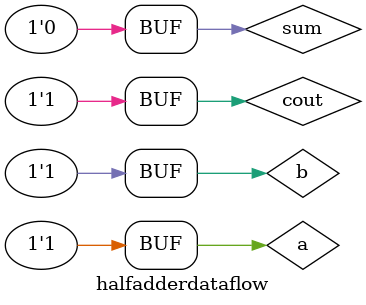
<source format=v>
module halfadderdataflow;
reg a,b;
wire cout,sum;
assign cout=a&b;
assign sum=a+b;
initial 
begin
$monitor("a:%b b:%b sum:%b cout:%b",a,b,sum,cout);
a=1'b0;
b=1'b0;
#10
a=1'b0;
b=1'b1;
#10
a=1'b1;
b=1'b0;
#10
a=1'b1;
b=1'b1;
end
endmodule 
</source>
